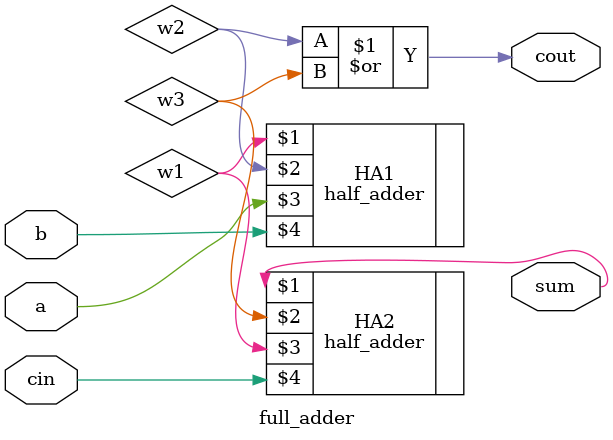
<source format=v>
`timescale 1ns / 1ps


module full_adder(output sum,cout,input a,b,cin);
wire w1,w2,w3;
half_adder HA1(w1,w2,a,b);
half_adder HA2(sum,w3,w1,cin);
or O1(cout,w2,w3);
endmodule

</source>
